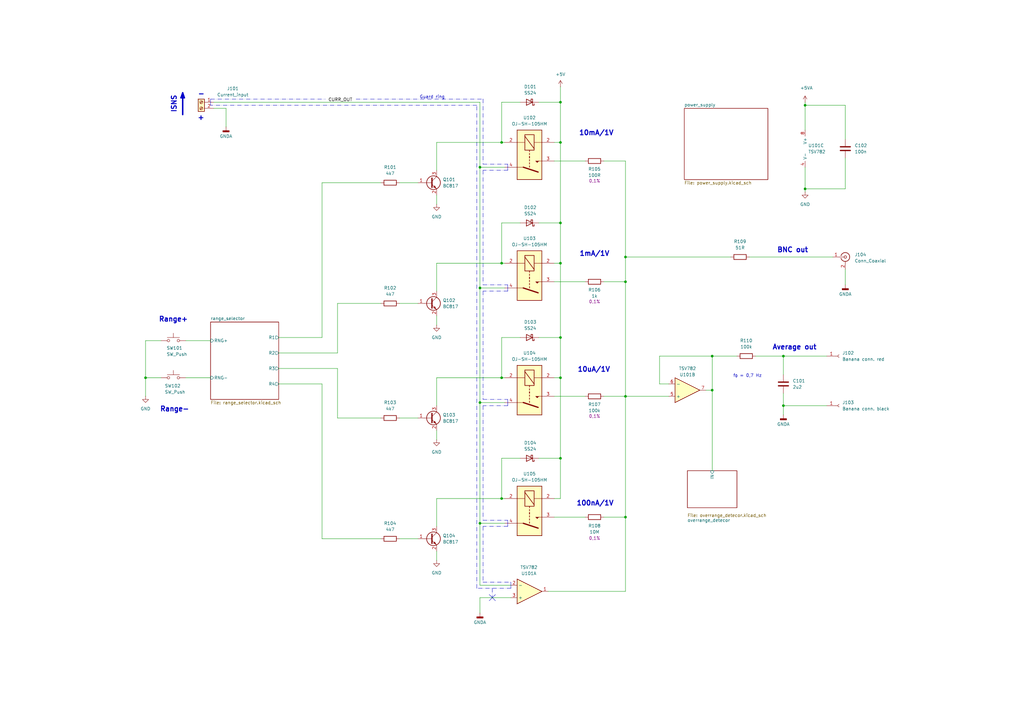
<source format=kicad_sch>
(kicad_sch (version 20250114) (generator "eeschema") (generator_version "9.0")
  (paper "A3")
  (lib_symbols
    (symbol "Connector:Conn_01x01_Socket" (pin_names (offset 1.016) (hide yes))
      (property "Reference" "J" (at 0 2.54 0))
      (property "Value" "Conn_01x01_Socket" (at 0 -2.54 0))
      (symbol "Conn_01x01_Socket_1_1"
        (polyline (pts (xy -1.27 0) (xy -0.508 0)) (stroke (width 0.1524)))
        (arc (start 0 -0.508) (mid -0.5058 0) (end 0 0.508) (stroke (width 0.1524)))
        (pin passive line (at -5.08 0 0) (length 3.81) (name "Pin_1") (number "1"))
      )
    )
    (symbol "Connector:Conn_Coaxial" (pin_names (offset 1.016) (hide yes))
      (property "Reference" "J" (at 0.254 3.048 0))
      (property "Value" "Conn_Coaxial" (at 2.921 0 90))
      (symbol "Conn_Coaxial_0_1"
        (polyline (pts (xy -2.54 0) (xy -0.508 0)))
        (arc (start 1.778 0) (mid 0.222 -1.8079) (end -1.778 -0.508) (stroke (width 0.254)))
        (arc (start -1.778 0.508) (mid 0.2221 1.8084) (end 1.778 0) (stroke (width 0.254)))
        (circle (center 0 0) (radius 0.508) (stroke (width 0.2032)))
        (polyline (pts (xy 0 -2.54) (xy 0 -1.778)))
      )
      (symbol "Conn_Coaxial_1_1"
        (pin passive line (at -5.08 0 0) (length 2.54) (name "In") (number "1"))
        (pin passive line (at 0 -5.08 90) (length 2.54) (name "Ext") (number "2"))
      )
    )
    (symbol "Connector:Screw_Terminal_01x02" (pin_names (offset 1.016) (hide yes))
      (property "Reference" "J" (at 0 2.54 0))
      (property "Value" "Screw_Terminal_01x02" (at 0 -5.08 0))
      (symbol "Screw_Terminal_01x02_1_1"
        (rectangle (start -1.27 1.27) (end 1.27 -3.81) (stroke (width 0.254)) (fill (type background)))
        (polyline (pts (xy -0.5334 0.3302) (xy 0.3302 -0.508)) (stroke (width 0.1524)))
        (polyline (pts (xy -0.5334 -2.2098) (xy 0.3302 -3.048)) (stroke (width 0.1524)))
        (polyline (pts (xy -0.3556 0.508) (xy 0.508 -0.3302)) (stroke (width 0.1524)))
        (polyline (pts (xy -0.3556 -2.032) (xy 0.508 -2.8702)) (stroke (width 0.1524)))
        (circle (center 0 0) (radius 0.635) (stroke (width 0.1524)))
        (circle (center 0 -2.54) (radius 0.635) (stroke (width 0.1524)))
        (pin passive line (at -5.08 0 0) (length 3.81) (name "Pin_1") (number "1"))
        (pin passive line (at -5.08 -2.54 0) (length 3.81) (name "Pin_2") (number "2"))
      )
    )
    (symbol "Device:C" (pin_numbers (hide yes)) (pin_names (offset 0.254))
      (property "Reference" "C" (at 0.635 2.54 0))
      (property "Value" "C" (at 0.635 -2.54 0))
      (symbol "C_0_1"
        (polyline (pts (xy -2.032 0.762) (xy 2.032 0.762)) (stroke (width 0.508)))
        (polyline (pts (xy -2.032 -0.762) (xy 2.032 -0.762)) (stroke (width 0.508)))
      )
      (symbol "C_1_1"
        (pin passive line (at 0 3.81 270) (length 2.794) (name "~") (number "1"))
        (pin passive line (at 0 -3.81 90) (length 2.794) (name "~") (number "2"))
      )
    )
    (symbol "Device:R" (pin_numbers (hide yes)) (pin_names (offset 0))
      (property "Reference" "R" (at 2.032 0 90))
      (property "Value" "R" (at 0 0 90))
      (symbol "R_0_1"
        (rectangle (start -1.016 -2.54) (end 1.016 2.54) (stroke (width 0.254)))
      )
      (symbol "R_1_1"
        (pin passive line (at 0 3.81 270) (length 1.27) (name "~") (number "1"))
        (pin passive line (at 0 -3.81 90) (length 1.27) (name "~") (number "2"))
      )
    )
    (symbol "Diode:SS24" (pin_numbers (hide yes)) (pin_names (offset 1.016) (hide yes))
      (property "Reference" "D" (at 0 2.54 0))
      (property "Value" "SS24" (at 0 -2.54 0))
      (symbol "SS24_0_1"
        (polyline (pts (xy -1.905 0.635) (xy -1.905 1.27) (xy -1.27 1.27) (xy -1.27 -1.27) (xy -0.635 -1.27) (xy -0.635 -0.635)) (stroke (width 0.254)))
        (polyline (pts (xy 1.27 1.27) (xy 1.27 -1.27) (xy -1.27 0) (xy 1.27 1.27)) (stroke (width 0.254)))
        (polyline (pts (xy 1.27 0) (xy -1.27 0)))
      )
      (symbol "SS24_1_1"
        (pin passive line (at -3.81 0 0) (length 2.54) (name "K") (number "1"))
        (pin passive line (at 3.81 0 180) (length 2.54) (name "A") (number "2"))
      )
    )
    (symbol "OJ-SH-105HM_1"
      (property "Reference" "U" (at 12.954 1.778 0))
      (property "Value" "OJ-SH-105HM" (at 19.558 -1.016 0))
      (symbol "OJ-SH-105HM_1_1_0"
        (polyline (pts (xy 2.54 2.54) (xy 2.54 5.08)))
      )
      (symbol "OJ-SH-105HM_1_1_1"
        (rectangle (start -10.16 5.08) (end 10.16 -5.08) (stroke (width 0.254)) (fill (type background)))
        (rectangle (start -8.255 1.905) (end -1.905 -1.905) (stroke (width 0.254)))
        (polyline (pts (xy -7.62 -1.905) (xy -2.54 1.905)) (stroke (width 0.254)))
        (polyline (pts (xy -5.08 5.08) (xy -5.08 1.905)))
        (polyline (pts (xy -5.08 -5.08) (xy -5.08 -1.905)))
        (polyline (pts (xy -1.905 0) (xy -1.27 0)) (stroke (width 0.254)))
        (polyline (pts (xy -0.635 0) (xy 0 0)) (stroke (width 0.254)))
        (polyline (pts (xy 0.635 0) (xy 1.27 0)) (stroke (width 0.254)))
        (polyline (pts (xy 0.635 0) (xy 1.27 0)) (stroke (width 0.254)))
        (polyline (pts (xy 1.905 0) (xy 2.54 0)) (stroke (width 0.254)))
        (polyline (pts (xy 2.54 2.54) (xy 3.175 3.175) (xy 2.54 3.81)) (fill (type outline)))
        (polyline (pts (xy 3.175 0) (xy 3.81 0)) (stroke (width 0.254)))
        (polyline (pts (xy 4.4659 0.0091) (xy 5.1009 0.0091)) (stroke (width 0.254)))
        (polyline (pts (xy 5.08 -2.54) (xy 5.08 -5.08)))
        (polyline (pts (xy 5.08 -2.54) (xy 7.0667 3.5396)) (stroke (width 0.508)))
        (pin passive line (at -5.08 10.16 270) (length 5.08) (name "~") (number "2"))
        (pin passive line (at -5.08 -10.16 90) (length 5.08) (name "~") (number "2"))
        (pin passive line (at 2.54 10.16 270) (length 5.08) (name "~") (number "3"))
        (pin passive line (at 5.08 -10.16 90) (length 5.08) (name "~") (number "4"))
      )
    )
    (symbol "OJ-SH-105HM_2"
      (property "Reference" "U" (at 12.954 1.778 0))
      (property "Value" "OJ-SH-105HM" (at 19.558 -1.016 0))
      (symbol "OJ-SH-105HM_2_1_0"
        (polyline (pts (xy 2.54 2.54) (xy 2.54 5.08)))
      )
      (symbol "OJ-SH-105HM_2_1_1"
        (rectangle (start -10.16 5.08) (end 10.16 -5.08) (stroke (width 0.254)) (fill (type background)))
        (rectangle (start -8.255 1.905) (end -1.905 -1.905) (stroke (width 0.254)))
        (polyline (pts (xy -7.62 -1.905) (xy -2.54 1.905)) (stroke (width 0.254)))
        (polyline (pts (xy -5.08 5.08) (xy -5.08 1.905)))
        (polyline (pts (xy -5.08 -5.08) (xy -5.08 -1.905)))
        (polyline (pts (xy -1.905 0) (xy -1.27 0)) (stroke (width 0.254)))
        (polyline (pts (xy -0.635 0) (xy 0 0)) (stroke (width 0.254)))
        (polyline (pts (xy 0.635 0) (xy 1.27 0)) (stroke (width 0.254)))
        (polyline (pts (xy 0.635 0) (xy 1.27 0)) (stroke (width 0.254)))
        (polyline (pts (xy 1.905 0) (xy 2.54 0)) (stroke (width 0.254)))
        (polyline (pts (xy 2.54 2.54) (xy 3.175 3.175) (xy 2.54 3.81)) (fill (type outline)))
        (polyline (pts (xy 3.175 0) (xy 3.81 0)) (stroke (width 0.254)))
        (polyline (pts (xy 4.4659 0.0091) (xy 5.1009 0.0091)) (stroke (width 0.254)))
        (polyline (pts (xy 5.08 -2.54) (xy 5.08 -5.08)))
        (polyline (pts (xy 5.08 -2.54) (xy 7.0667 3.5396)) (stroke (width 0.508)))
        (pin passive line (at -5.08 10.16 270) (length 5.08) (name "~") (number "2"))
        (pin passive line (at -5.08 -10.16 90) (length 5.08) (name "~") (number "2"))
        (pin passive line (at 2.54 10.16 270) (length 5.08) (name "~") (number "3"))
        (pin passive line (at 5.08 -10.16 90) (length 5.08) (name "~") (number "4"))
      )
    )
    (symbol "OJ-SH-105HM_3"
      (property "Reference" "U" (at 12.954 1.778 0))
      (property "Value" "OJ-SH-105HM" (at 19.558 -1.016 0))
      (symbol "OJ-SH-105HM_3_1_0"
        (polyline (pts (xy 2.54 2.54) (xy 2.54 5.08)))
      )
      (symbol "OJ-SH-105HM_3_1_1"
        (rectangle (start -10.16 5.08) (end 10.16 -5.08) (stroke (width 0.254)) (fill (type background)))
        (rectangle (start -8.255 1.905) (end -1.905 -1.905) (stroke (width 0.254)))
        (polyline (pts (xy -7.62 -1.905) (xy -2.54 1.905)) (stroke (width 0.254)))
        (polyline (pts (xy -5.08 5.08) (xy -5.08 1.905)))
        (polyline (pts (xy -5.08 -5.08) (xy -5.08 -1.905)))
        (polyline (pts (xy -1.905 0) (xy -1.27 0)) (stroke (width 0.254)))
        (polyline (pts (xy -0.635 0) (xy 0 0)) (stroke (width 0.254)))
        (polyline (pts (xy 0.635 0) (xy 1.27 0)) (stroke (width 0.254)))
        (polyline (pts (xy 0.635 0) (xy 1.27 0)) (stroke (width 0.254)))
        (polyline (pts (xy 1.905 0) (xy 2.54 0)) (stroke (width 0.254)))
        (polyline (pts (xy 2.54 2.54) (xy 3.175 3.175) (xy 2.54 3.81)) (fill (type outline)))
        (polyline (pts (xy 3.175 0) (xy 3.81 0)) (stroke (width 0.254)))
        (polyline (pts (xy 4.4659 0.0091) (xy 5.1009 0.0091)) (stroke (width 0.254)))
        (polyline (pts (xy 5.08 -2.54) (xy 5.08 -5.08)))
        (polyline (pts (xy 5.08 -2.54) (xy 7.0667 3.5396)) (stroke (width 0.508)))
        (pin passive line (at -5.08 10.16 270) (length 5.08) (name "~") (number "2"))
        (pin passive line (at -5.08 -10.16 90) (length 5.08) (name "~") (number "2"))
        (pin passive line (at 2.54 10.16 270) (length 5.08) (name "~") (number "3"))
        (pin passive line (at 5.08 -10.16 90) (length 5.08) (name "~") (number "4"))
      )
    )
    (symbol "Switch:SW_Push" (pin_numbers (hide yes)) (pin_names (offset 1.016) (hide yes))
      (property "Reference" "SW" (at 1.27 2.54 0))
      (property "Value" "SW_Push" (at 0 -1.524 0))
      (symbol "SW_Push_0_1"
        (circle (center -2.032 0) (radius 0.508))
        (polyline (pts (xy 0 1.27) (xy 0 3.048)))
        (circle (center 2.032 0) (radius 0.508))
        (polyline (pts (xy 2.54 1.27) (xy -2.54 1.27)))
        (pin passive line (at -5.08 0 0) (length 2.54) (name "1") (number "1"))
        (pin passive line (at 5.08 0 180) (length 2.54) (name "2") (number "2"))
      )
    )
    (symbol "Transistor_BJT:BC817" (pin_names (offset 0) (hide yes))
      (property "Reference" "Q" (at 5.08 1.905 0))
      (property "Value" "BC817" (at 5.08 0 0))
      (symbol "BC817_0_1"
        (polyline (pts (xy -2.54 0) (xy 0.635 0)))
        (polyline (pts (xy 0.635 1.905) (xy 0.635 -1.905)) (stroke (width 0.508)))
        (circle (center 1.27 0) (radius 2.8194) (stroke (width 0.254)))
      )
      (symbol "BC817_1_1"
        (polyline (pts (xy 0.635 0.635) (xy 2.54 2.54)))
        (polyline (pts (xy 0.635 -0.635) (xy 2.54 -2.54)))
        (polyline (pts (xy 1.27 -1.778) (xy 1.778 -1.27) (xy 2.286 -2.286) (xy 1.27 -1.778)) (fill (type outline)))
        (pin input line (at -5.08 0 0) (length 2.54) (name "B") (number "1"))
        (pin passive line (at 2.54 5.08 270) (length 2.54) (name "C") (number "3"))
        (pin passive line (at 2.54 -5.08 90) (length 2.54) (name "E") (number "2"))
      )
    )
    (symbol "power:+12V" (power) (pin_numbers (hide yes)) (pin_names (offset 0) (hide yes))
      (property "Value" "+12V" (at 0 3.556 0))
      (symbol "+12V_0_1"
        (polyline (pts (xy -0.762 1.27) (xy 0 2.54)))
        (polyline (pts (xy 0 2.54) (xy 0.762 1.27)))
        (polyline (pts (xy 0 0) (xy 0 2.54)))
      )
      (symbol "+12V_1_1"
        (pin power_in line (at 0 0 90) (length 0) (name "~") (number "1"))
      )
    )
    (symbol "power:GND" (power) (pin_numbers (hide yes)) (pin_names (offset 0) (hide yes))
      (property "Value" "GND" (at 0 -3.81 0))
      (symbol "GND_0_1"
        (polyline (pts (xy 0 0) (xy 0 -1.27) (xy 1.27 -1.27) (xy 0 -2.54) (xy -1.27 -1.27) (xy 0 -1.27)))
      )
      (symbol "GND_1_1"
        (pin power_in line (at 0 0 270) (length 0) (name "~") (number "1"))
      )
    )
    (symbol "power:GNDD" (power) (pin_numbers (hide yes)) (pin_names (offset 0) (hide yes))
      (property "Value" "GNDD" (at 0 -3.175 0))
      (symbol "GNDD_0_1"
        (rectangle (start -1.27 -1.524) (end 1.27 -2.032) (stroke (width 0.254)) (fill (type outline)))
        (polyline (pts (xy 0 0) (xy 0 -1.524)))
      )
      (symbol "GNDD_1_1"
        (pin power_in line (at 0 0 270) (length 0) (name "~") (number "1"))
      )
    )
    (symbol "w-analog-ic:TSV782"
      (property "Reference" "U" (at 2.54 8.382 0))
      (property "Value" "TSV782" (at 5.334 5.588 0))
      (symbol "TSV782_1_1"
        (polyline (pts (xy -3.81 5.08) (xy 6.35 0) (xy -3.81 -5.08) (xy -3.81 5.08)) (stroke (width 0.254)) (fill (type background)))
        (pin input line (at -6.35 2.54 0) (length 2.54) (name "+") (number "3"))
        (pin input line (at -6.35 -2.54 0) (length 2.54) (name "-") (number "2"))
        (pin output line (at 8.89 0 180) (length 2.54) (name "~") (number "1"))
      )
      (symbol "TSV782_2_1"
        (polyline (pts (xy -3.81 5.08) (xy 6.35 0) (xy -3.81 -5.08) (xy -3.81 5.08)) (stroke (width 0.254)) (fill (type background)))
        (pin input line (at -6.35 2.54 0) (length 2.54) (name "+") (number "5"))
        (pin input line (at -6.35 -2.54 0) (length 2.54) (name "-") (number "6"))
        (pin output line (at 8.89 0 180) (length 2.54) (name "~") (number "7"))
      )
      (symbol "TSV782_3_1"
        (pin power_in line (at 0 7.62 270) (length 2.54) (name "V+") (number "8"))
        (pin power_in line (at 0 -7.62 90) (length 2.54) (name "V-") (number "4"))
      )
    )
    (symbol "w-switch:OJ-SH-105HM"
      (property "Reference" "U" (at 12.954 1.778 0))
      (property "Value" "OJ-SH-105HM" (at 19.558 -1.016 0))
      (symbol "OJ-SH-105HM_1_0"
        (polyline (pts (xy 2.54 2.54) (xy 2.54 5.08)))
      )
      (symbol "OJ-SH-105HM_1_1"
        (rectangle (start -10.16 5.08) (end 10.16 -5.08) (stroke (width 0.254)) (fill (type background)))
        (rectangle (start -8.255 1.905) (end -1.905 -1.905) (stroke (width 0.254)))
        (polyline (pts (xy -7.62 -1.905) (xy -2.54 1.905)) (stroke (width 0.254)))
        (polyline (pts (xy -5.08 5.08) (xy -5.08 1.905)))
        (polyline (pts (xy -5.08 -5.08) (xy -5.08 -1.905)))
        (polyline (pts (xy -1.905 0) (xy -1.27 0)) (stroke (width 0.254)))
        (polyline (pts (xy -0.635 0) (xy 0 0)) (stroke (width 0.254)))
        (polyline (pts (xy 0.635 0) (xy 1.27 0)) (stroke (width 0.254)))
        (polyline (pts (xy 0.635 0) (xy 1.27 0)) (stroke (width 0.254)))
        (polyline (pts (xy 1.905 0) (xy 2.54 0)) (stroke (width 0.254)))
        (polyline (pts (xy 2.54 2.54) (xy 3.175 3.175) (xy 2.54 3.81)) (fill (type outline)))
        (polyline (pts (xy 3.175 0) (xy 3.81 0)) (stroke (width 0.254)))
        (polyline (pts (xy 4.4659 0.0091) (xy 5.1009 0.0091)) (stroke (width 0.254)))
        (polyline (pts (xy 5.08 -2.54) (xy 5.08 -5.08)))
        (polyline (pts (xy 5.08 -2.54) (xy 7.0667 3.5396)) (stroke (width 0.508)))
        (pin passive line (at -5.08 10.16 270) (length 5.08) (name "~") (number "2"))
        (pin passive line (at -5.08 -10.16 90) (length 5.08) (name "~") (number "2"))
        (pin passive line (at 2.54 10.16 270) (length 5.08) (name "~") (number "3"))
        (pin passive line (at 5.08 -10.16 90) (length 5.08) (name "~") (number "4"))
      )
    )
  )
  (text "10mA/1V" (at 244.602 54.61 0) (effects (font (size 2 2) (thickness 0.4) (bold yes))))
  (text "ISNS" (at 71.374 42.672 90) (effects (font (size 2 2) (thickness 0.4) (bold yes))))
  (text "Range+" (at 71.12 131.064 0) (effects (font (size 2 2) (thickness 0.4) (bold yes))))
  (text "-" (at 82.55 38.608 0) (effects (font (size 2 2) (thickness 0.4) (bold yes))))
  (text "+" (at 82.296 48.514 90) (effects (font (size 2 2) (thickness 0.4) (bold yes))))
  (text "Guard ring" (at 177.292 39.878 0) (effects (font (size 1.27 1.27))))
  (text "10uA/1V" (at 243.586 151.638 0) (effects (font (size 2 2) (thickness 0.4) (bold yes))))
  (text "Average out" (at 325.882 142.494 0) (effects (font (size 2 2) (thickness 0.4) (bold yes))))
  (text "100nA/1V" (at 244.094 206.502 0) (effects (font (size 2 2) (thickness 0.4) (bold yes))))
  (text "1mA/1V" (at 243.84 104.14 0) (effects (font (size 2 2) (thickness 0.4) (bold yes))))
  (text "f_{0} = 0,7 Hz" (at 306.578 154.178 0) (effects (font (size 1.27 1.27))))
  (text "Range-" (at 71.628 167.894 0) (effects (font (size 2 2) (thickness 0.4) (bold yes))))
  (text "BNC out" (at 325.12 102.616 0) (effects (font (size 2 2) (thickness 0.4) (bold yes))))
  (junction (at 292.1 146.05))
  (junction (at 205.74 154.94))
  (junction (at 321.31 146.05))
  (junction (at 196.85 165.1))
  (junction (at 292.1 160.02))
  (junction (at 196.85 214.63))
  (junction (at 229.87 41.91))
  (junction (at 229.87 187.96))
  (junction (at 256.54 212.09))
  (junction (at 256.54 162.56))
  (junction (at 205.74 107.95))
  (junction (at 229.87 91.44))
  (junction (at 196.85 118.11))
  (junction (at 229.87 154.94))
  (junction (at 330.2 43.18))
  (junction (at 229.87 58.42))
  (junction (at 59.69 154.94))
  (junction (at 205.74 58.42))
  (junction (at 229.87 138.43))
  (junction (at 256.54 105.41))
  (junction (at 256.54 115.57))
  (junction (at 321.31 166.37))
  (junction (at 229.87 107.95))
  (junction (at 196.85 68.58))
  (junction (at 330.2 77.47))
  (junction (at 205.74 204.47))
  (wire (pts (xy 196.85 240.03) (xy 209.55 240.03)))
  (polyline (pts (xy 208.28 67.31) (xy 208.28 69.85)))
  (wire (pts (xy 229.87 107.95) (xy 229.87 138.43)))
  (wire (pts (xy 309.88 146.05) (xy 321.31 146.05)))
  (wire (pts (xy 179.07 154.94) (xy 179.07 166.37)))
  (wire (pts (xy 247.65 115.57) (xy 256.54 115.57)))
  (polyline (pts (xy 146.05 40.64) (xy 198.12 40.64)) (stroke (width 0) (type dash_dot)))
  (wire (pts (xy 213.36 138.43) (xy 205.74 138.43)))
  (wire (pts (xy 229.87 154.94) (xy 229.87 187.96)))
  (wire (pts (xy 132.08 138.43) (xy 132.08 74.93)))
  (polyline (pts (xy 201.93 241.3) (xy 201.93 245.11)) (stroke (width 0) (type dash_dot)))
  (wire (pts (xy 205.74 91.44) (xy 205.74 107.95)))
  (wire (pts (xy 179.07 226.06) (xy 179.07 229.87)))
  (polyline (pts (xy 198.12 215.9) (xy 198.12 238.76)) (stroke (width 0) (type dash_dot)))
  (wire (pts (xy 179.07 154.94) (xy 205.74 154.94)))
  (wire (pts (xy 196.85 118.11) (xy 196.85 165.1)))
  (wire (pts (xy 114.3 144.78) (xy 138.43 144.78)))
  (wire (pts (xy 229.87 41.91) (xy 229.87 58.42)))
  (wire (pts (xy 138.43 171.45) (xy 156.21 171.45)))
  (wire (pts (xy 59.69 154.94) (xy 59.69 162.56)))
  (wire (pts (xy 229.87 58.42) (xy 227.33 58.42)))
  (wire (pts (xy 229.87 138.43) (xy 229.87 154.94)))
  (wire (pts (xy 138.43 124.46) (xy 156.21 124.46)))
  (polyline (pts (xy 195.58 241.3) (xy 195.58 43.18)) (stroke (width 0) (type dash_dot)))
  (wire (pts (xy 220.98 187.96) (xy 229.87 187.96)))
  (wire (pts (xy 321.31 166.37) (xy 321.31 170.18)))
  (wire (pts (xy 256.54 212.09) (xy 256.54 242.57)))
  (wire (pts (xy 132.08 220.98) (xy 156.21 220.98)))
  (wire (pts (xy 227.33 66.04) (xy 240.03 66.04)))
  (wire (pts (xy 66.04 139.7) (xy 59.69 139.7)))
  (wire (pts (xy 227.33 162.56) (xy 240.03 162.56)))
  (polyline (pts (xy 198.12 116.84) (xy 208.28 116.84)) (stroke (width 0) (type dash_dot)))
  (wire (pts (xy 256.54 162.56) (xy 274.32 162.56)))
  (wire (pts (xy 207.01 68.58) (xy 196.85 68.58)))
  (wire (pts (xy 270.51 157.48) (xy 270.51 146.05)))
  (polyline (pts (xy 75.6206 40.1117) (xy 74.93 38.1)) (stroke (width 0.6) (type solid)))
  (wire (pts (xy 346.71 43.18) (xy 346.71 57.15)))
  (polyline (pts (xy 208.28 215.9) (xy 198.12 215.9)) (stroke (width 0) (type dash_dot)))
  (wire (pts (xy 292.1 160.02) (xy 289.56 160.02)))
  (wire (pts (xy 66.04 154.94) (xy 59.69 154.94)))
  (polyline (pts (xy 74.2287 40.1117) (xy 75.6206 40.1117)) (stroke (width 0.6) (type solid)))
  (polyline (pts (xy 198.12 67.31) (xy 208.28 67.31)) (stroke (width 0) (type dash_dot)))
  (wire (pts (xy 321.31 146.05) (xy 321.31 153.67)))
  (wire (pts (xy 220.98 138.43) (xy 229.87 138.43)))
  (wire (pts (xy 229.87 187.96) (xy 229.87 204.47)))
  (wire (pts (xy 292.1 146.05) (xy 292.1 160.02)))
  (wire (pts (xy 227.33 212.09) (xy 240.03 212.09)))
  (wire (pts (xy 207.01 204.47) (xy 205.74 204.47)))
  (wire (pts (xy 207.01 118.11) (xy 196.85 118.11)))
  (polyline (pts (xy 86.36 40.64) (xy 133.35 40.64)) (stroke (width 0) (type dash_dot)))
  (wire (pts (xy 330.2 68.58) (xy 330.2 77.47)))
  (wire (pts (xy 330.2 41.91) (xy 330.2 43.18)))
  (wire (pts (xy 132.08 74.93) (xy 156.21 74.93)))
  (wire (pts (xy 87.63 44.45) (xy 92.71 44.45)))
  (wire (pts (xy 163.83 124.46) (xy 171.45 124.46)))
  (wire (pts (xy 330.2 77.47) (xy 330.2 78.74)))
  (wire (pts (xy 346.71 64.77) (xy 346.71 77.47)))
  (wire (pts (xy 229.87 58.42) (xy 229.87 91.44)))
  (wire (pts (xy 247.65 212.09) (xy 256.54 212.09)))
  (wire (pts (xy 196.85 165.1) (xy 196.85 214.63)))
  (wire (pts (xy 270.51 146.05) (xy 292.1 146.05)))
  (wire (pts (xy 138.43 151.13) (xy 138.43 171.45)))
  (wire (pts (xy 76.2 154.94) (xy 86.36 154.94)))
  (wire (pts (xy 220.98 41.91) (xy 229.87 41.91)))
  (wire (pts (xy 213.36 41.91) (xy 205.74 41.91)))
  (polyline (pts (xy 198.12 213.36) (xy 208.28 213.36)) (stroke (width 0) (type dash_dot)))
  (wire (pts (xy 179.07 176.53) (xy 179.07 180.34)))
  (wire (pts (xy 256.54 105.41) (xy 256.54 115.57)))
  (polyline (pts (xy 200.66 246.38) (xy 203.2 243.84)))
  (wire (pts (xy 330.2 43.18) (xy 330.2 53.34)))
  (wire (pts (xy 163.83 74.93) (xy 171.45 74.93)))
  (wire (pts (xy 196.85 214.63) (xy 196.85 240.03)))
  (wire (pts (xy 179.07 58.42) (xy 205.74 58.42)))
  (polyline (pts (xy 198.12 166.37) (xy 198.12 213.36)) (stroke (width 0) (type dash_dot)))
  (wire (pts (xy 227.33 115.57) (xy 240.03 115.57)))
  (wire (pts (xy 59.69 154.94) (xy 59.69 139.7)))
  (polyline (pts (xy 198.12 238.76) (xy 209.55 238.76)) (stroke (width 0) (type dash_dot)))
  (wire (pts (xy 179.07 80.01) (xy 179.07 83.82)))
  (wire (pts (xy 207.01 154.94) (xy 205.74 154.94)))
  (wire (pts (xy 256.54 66.04) (xy 256.54 105.41)))
  (wire (pts (xy 321.31 166.37) (xy 339.09 166.37)))
  (wire (pts (xy 205.74 41.91) (xy 205.74 58.42)))
  (wire (pts (xy 114.3 151.13) (xy 138.43 151.13)))
  (polyline (pts (xy 208.28 119.38) (xy 198.12 119.38)) (stroke (width 0) (type dash_dot)))
  (wire (pts (xy 229.87 107.95) (xy 227.33 107.95)))
  (wire (pts (xy 292.1 193.04) (xy 292.1 160.02)))
  (wire (pts (xy 229.87 204.47) (xy 227.33 204.47)))
  (polyline (pts (xy 198.12 69.85) (xy 198.12 116.84)) (stroke (width 0) (type dash_dot)))
  (polyline (pts (xy 208.28 116.84) (xy 208.28 119.38)))
  (wire (pts (xy 207.01 58.42) (xy 205.74 58.42)))
  (wire (pts (xy 114.3 157.48) (xy 132.08 157.48)))
  (polyline (pts (xy 208.28 166.37) (xy 198.12 166.37)) (stroke (width 0) (type dash_dot)))
  (wire (pts (xy 114.3 138.43) (xy 132.08 138.43)))
  (wire (pts (xy 229.87 154.94) (xy 227.33 154.94)))
  (wire (pts (xy 256.54 162.56) (xy 256.54 212.09)))
  (polyline (pts (xy 208.28 163.83) (xy 208.28 166.37)))
  (wire (pts (xy 179.07 204.47) (xy 205.74 204.47)))
  (wire (pts (xy 213.36 187.96) (xy 205.74 187.96)))
  (wire (pts (xy 196.85 68.58) (xy 196.85 41.91)))
  (polyline (pts (xy 195.58 43.18) (xy 86.36 43.18)) (stroke (width 0) (type dash_dot)))
  (wire (pts (xy 256.54 105.41) (xy 299.72 105.41)))
  (wire (pts (xy 205.74 138.43) (xy 205.74 154.94)))
  (wire (pts (xy 138.43 144.78) (xy 138.43 124.46)))
  (wire (pts (xy 196.85 245.11) (xy 196.85 251.46)))
  (polyline (pts (xy 198.12 119.38) (xy 198.12 163.83)) (stroke (width 0) (type dash_dot)))
  (wire (pts (xy 229.87 35.56) (xy 229.87 41.91)))
  (polyline (pts (xy 209.55 241.3) (xy 195.58 241.3)) (stroke (width 0) (type dash_dot)))
  (wire (pts (xy 196.85 68.58) (xy 196.85 118.11)))
  (wire (pts (xy 247.65 162.56) (xy 256.54 162.56)))
  (wire (pts (xy 321.31 161.29) (xy 321.31 166.37)))
  (wire (pts (xy 92.71 44.45) (xy 92.71 52.07)))
  (polyline (pts (xy 200.66 243.84) (xy 203.2 246.38)))
  (wire (pts (xy 87.63 41.91) (xy 196.85 41.91)))
  (wire (pts (xy 179.07 58.42) (xy 179.07 69.85)))
  (wire (pts (xy 256.54 115.57) (xy 256.54 162.56)))
  (wire (pts (xy 321.31 146.05) (xy 339.09 146.05)))
  (polyline (pts (xy 209.55 238.76) (xy 209.55 241.3)))
  (wire (pts (xy 346.71 110.49) (xy 346.71 116.84)))
  (wire (pts (xy 302.26 146.05) (xy 292.1 146.05)))
  (wire (pts (xy 179.07 129.54) (xy 179.07 133.35)))
  (wire (pts (xy 346.71 77.47) (xy 330.2 77.47)))
  (polyline (pts (xy 198.12 163.83) (xy 208.28 163.83)) (stroke (width 0) (type dash_dot)))
  (wire (pts (xy 213.36 91.44) (xy 205.74 91.44)))
  (wire (pts (xy 229.87 91.44) (xy 229.87 107.95)))
  (wire (pts (xy 256.54 242.57) (xy 224.79 242.57)))
  (wire (pts (xy 196.85 245.11) (xy 209.55 245.11)))
  (wire (pts (xy 132.08 157.48) (xy 132.08 220.98)))
  (wire (pts (xy 179.07 204.47) (xy 179.07 215.9)))
  (wire (pts (xy 307.34 105.41) (xy 341.63 105.41)))
  (wire (pts (xy 163.83 220.98) (xy 171.45 220.98)))
  (wire (pts (xy 220.98 91.44) (xy 229.87 91.44)))
  (wire (pts (xy 76.2 139.7) (xy 86.36 139.7)))
  (wire (pts (xy 330.2 43.18) (xy 346.71 43.18)))
  (wire (pts (xy 274.32 157.48) (xy 270.51 157.48)))
  (wire (pts (xy 207.01 107.95) (xy 205.74 107.95)))
  (wire (pts (xy 179.07 107.95) (xy 179.07 119.38)))
  (wire (pts (xy 205.74 187.96) (xy 205.74 204.47)))
  (wire (pts (xy 207.01 165.1) (xy 196.85 165.1)))
  (polyline (pts (xy 198.12 40.64) (xy 198.12 67.31)) (stroke (width 0) (type dash_dot)))
  (polyline (pts (xy 74.93 38.1) (xy 74.2287 40.1117)) (stroke (width 0.6) (type solid)))
  (polyline (pts (xy 208.28 69.85) (xy 198.12 69.85)) (stroke (width 0) (type dash_dot)))
  (wire (pts (xy 163.83 171.45) (xy 171.45 171.45)))
  (polyline (pts (xy 74.93 38.1) (xy 74.93 46.99)) (stroke (width 0.6) (type solid)))
  (wire (pts (xy 179.07 107.95) (xy 205.74 107.95)))
  (wire (pts (xy 247.65 66.04) (xy 256.54 66.04)))
  (polyline (pts (xy 86.36 40.64) (xy 86.36 43.18)))
  (wire (pts (xy 207.01 214.63) (xy 196.85 214.63)))
  (polyline (pts (xy 208.28 213.36) (xy 208.28 215.9)))
  (label "CURR_OUT" (at 134.62 41.91 0))
  (symbol (lib_id "Device:C") (at 346.71 60.96 0) (unit 1)
    (property "Reference" "C102" (at 350.52 59.6899 0) (effects (justify left)))
    (property "Value" "100n" (at 350.52 62.2299 0) (effects (justify left)))
    (property "Footprint" "Capacitor_SMD:C_0603_1608Metric" (effects (hide yes)))
    (property "Description" "Unpolarized capacitor" (effects (hide yes)))
  )
  (symbol (lib_id "w-analog-ic:TSV782") (at 280.67 160.02 0) (mirror x) (unit 2)
    (property "Reference" "U101" (at 281.94 153.67 0))
    (property "Value" "TSV782" (at 281.94 151.13 0))
    (property "Footprint" "w-ic:SOIC-8" (effects (hide yes)))
    (property "Datasheet" "https://www.st.com/resource/en/datasheet/tsv781.pdf" (effects (hide yes)))
    (property "Description" "Op Amps High bandwidth (30MHz) Low offset (200uV) Rail-to-rail 5V Op amp" (effects (hide yes)))
  )
  (symbol (lib_id "Device:R") (at 160.02 124.46 90) (unit 1)
    (property "Reference" "R102" (at 160.02 118.11 90))
    (property "Value" "4k7" (at 160.02 120.65 90))
    (property "Footprint" "Resistor_SMD:R_0603_1608Metric" (effects (hide yes)))
    (property "Description" "Resistor" (effects (hide yes)))
  )
  (symbol (lib_id "Connector:Conn_01x01_Socket") (at 344.17 146.05 0) (unit 1)
    (property "Reference" "J102" (at 345.44 144.7799 0) (effects (justify left)))
    (property "Value" "Banana conn. red" (at 345.44 147.3199 0) (effects (justify left)))
    (property "Footprint" "w-connector:J.40024.2" (effects (hide yes)))
    (property "Description" "Generic connector, single row, 01x01, script generated" (effects (hide yes)))
  )
  (symbol (lib_id "Switch:SW_Push") (at 71.12 139.7 0) (unit 1)
    (property "Reference" "SW101" (at 68.326 142.748 0) (effects (justify left)))
    (property "Value" "SW_Push" (at 68.326 145.288 0) (effects (justify left)))
    (property "Footprint" "Connector_PinHeader_2.54mm:PinHeader_1x02_P2.54mm_Vertical" (effects (hide yes)))
    (property "Description" "Push button switch, generic, two pins" (effects (hide yes)))
    (property "Store" "https://cz.mouser.com/ProductDetail/Adam-Tech/SW-PB1-1DZ-A-P1-A?qs=HoCaDK9Nz5dmPq6njWT1cA%3D%3D" (effects (hide yes)))
  )
  (symbol (lib_id "power:GNDD") (at 92.71 52.07 0) (unit 1)
    (property "Reference" "#PWR0102" (effects (hide yes)))
    (property "Value" "GNDA" (at 92.71 55.88 0))
    (property "Description" "Power symbol creates a global label with name \"GNDD\" , digital ground" (effects (hide yes)))
  )
  (symbol (lib_id "Diode:SS24") (at 217.17 187.96 180) (unit 1)
    (property "Reference" "D104" (at 217.4875 181.61 0))
    (property "Value" "SS24" (at 217.4875 184.15 0))
    (property "Footprint" "w-diode:SOD-123LF" (effects (hide yes)))
    (property "Datasheet" "https://www.vishay.com/docs/88748/ss22.pdf" (effects (hide yes)))
    (property "Description" "40V 2A Schottky Diode, SMA" (effects (hide yes)))
  )
  (symbol (lib_name "OJ-SH-105HM_3") (lib_id "w-switch:OJ-SH-105HM") (at 217.17 63.5 270) (unit 1)
    (property "Reference" "U102" (at 217.17 48.26 90))
    (property "Value" "OJ-SH-105HM" (at 217.17 50.8 90))
    (property "Footprint" "w-relay:TE Connectivity Relay" (effects (hide yes)))
    (property "Datasheet" "https://www.te.com/commerce/DocumentDelivery/DDEController?Action=srchrtrv&DocNm=OJ_OJE_series_relay_data_sheet_E&DocType=Data%20Sheet&DocLang=English&DocFormat=pdf&PartCntxt=1461400-1" (effects (hide yes)))
    (property "Description" "Low Signal Relays - PCB SPST-NO 10A 5VDC SEALD MINI PCB RELAY" (effects (hide yes)))
  )
  (symbol (lib_id "Transistor_BJT:BC817") (at 176.53 220.98 0) (unit 1)
    (property "Reference" "Q104" (at 181.61 219.7099 0) (effects (justify left)))
    (property "Value" "BC817" (at 181.61 222.2499 0) (effects (justify left)))
    (property "Footprint" "w-ic:SOT-23" (effects (hide yes)))
    (property "Datasheet" "https://www.onsemi.com/pub/Collateral/BC818-D.pdf" (effects (hide yes)))
    (property "Description" "0.8A Ic, 45V Vce, NPN Transistor, SOT-23" (effects (hide yes)))
  )
  (symbol (lib_id "power:GND") (at 59.69 162.56 0) (unit 1)
    (property "Reference" "#PWR0101" (effects (hide yes)))
    (property "Value" "GND" (at 59.69 167.64 0))
    (property "Description" "Power symbol creates a global label with name \"GND\" , ground" (effects (hide yes)))
  )
  (symbol (lib_id "Transistor_BJT:BC817") (at 176.53 124.46 0) (unit 1)
    (property "Reference" "Q102" (at 181.61 123.1899 0) (effects (justify left)))
    (property "Value" "BC817" (at 181.61 125.7299 0) (effects (justify left)))
    (property "Footprint" "w-ic:SOT-23" (effects (hide yes)))
    (property "Datasheet" "https://www.onsemi.com/pub/Collateral/BC818-D.pdf" (effects (hide yes)))
    (property "Description" "0.8A Ic, 45V Vce, NPN Transistor, SOT-23" (effects (hide yes)))
  )
  (symbol (lib_id "power:GND") (at 330.2 78.74 0) (unit 1)
    (property "Reference" "#PWR0111" (effects (hide yes)))
    (property "Value" "GND" (at 330.2 83.82 0))
    (property "Description" "Power symbol creates a global label with name \"GND\" , ground" (effects (hide yes)))
  )
  (symbol (lib_id "Switch:SW_Push") (at 71.12 154.94 0) (unit 1)
    (property "Reference" "SW102" (at 67.564 158.242 0) (effects (justify left)))
    (property "Value" "SW_Push" (at 67.564 160.782 0) (effects (justify left)))
    (property "Footprint" "Connector_PinHeader_2.54mm:PinHeader_1x02_P2.54mm_Vertical" (effects (hide yes)))
    (property "Description" "Push button switch, generic, two pins" (effects (hide yes)))
    (property "Store" "https://cz.mouser.com/ProductDetail/Adam-Tech/SW-PB1-1DZ-A-P1-A?qs=HoCaDK9Nz5dmPq6njWT1cA%3D%3D" (effects (hide yes)))
  )
  (symbol (lib_id "w-switch:OJ-SH-105HM") (at 217.17 209.55 270) (unit 1)
    (property "Reference" "U105" (at 217.17 194.31 90))
    (property "Value" "OJ-SH-105HM" (at 217.17 196.85 90))
    (property "Footprint" "w-relay:TE Connectivity Relay" (effects (hide yes)))
    (property "Datasheet" "https://www.te.com/commerce/DocumentDelivery/DDEController?Action=srchrtrv&DocNm=OJ_OJE_series_relay_data_sheet_E&DocType=Data%20Sheet&DocLang=English&DocFormat=pdf&PartCntxt=1461400-1" (effects (hide yes)))
    (property "Description" "Low Signal Relays - PCB SPST-NO 10A 5VDC SEALD MINI PCB RELAY" (effects (hide yes)))
  )
  (symbol (lib_id "Device:R") (at 303.53 105.41 90) (unit 1)
    (property "Reference" "R109" (at 303.53 99.06 90))
    (property "Value" "51R" (at 303.53 101.6 90))
    (property "Footprint" "Resistor_SMD:R_0603_1608Metric" (effects (hide yes)))
    (property "Description" "Resistor" (effects (hide yes)))
  )
  (symbol (lib_id "power:+12V") (at 229.87 35.56 0) (unit 1)
    (property "Reference" "#PWR0108" (effects (hide yes)))
    (property "Value" "+5V" (at 229.87 30.48 0))
    (property "Description" "Power symbol creates a global label with name \"+12V\"" (effects (hide yes)))
  )
  (symbol (lib_id "power:+12V") (at 330.2 41.91 0) (unit 1)
    (property "Reference" "#PWR0110" (effects (hide yes)))
    (property "Value" "+5VA" (at 328.168 36.068 0) (effects (justify left)))
    (property "Description" "Power symbol creates a global label with name \"+12V\"" (effects (hide yes)))
  )
  (symbol (lib_id "Transistor_BJT:BC817") (at 176.53 74.93 0) (unit 1)
    (property "Reference" "Q101" (at 181.61 73.6599 0) (effects (justify left)))
    (property "Value" "BC817" (at 181.61 76.1999 0) (effects (justify left)))
    (property "Footprint" "w-ic:SOT-23" (effects (hide yes)))
    (property "Datasheet" "https://www.onsemi.com/pub/Collateral/BC818-D.pdf" (effects (hide yes)))
    (property "Description" "0.8A Ic, 45V Vce, NPN Transistor, SOT-23" (effects (hide yes)))
  )
  (symbol (lib_id "Diode:SS24") (at 217.17 138.43 180) (unit 1)
    (property "Reference" "D103" (at 217.4875 132.08 0))
    (property "Value" "SS24" (at 217.4875 134.62 0))
    (property "Footprint" "w-diode:SOD-123LF" (effects (hide yes)))
    (property "Datasheet" "https://www.vishay.com/docs/88748/ss22.pdf" (effects (hide yes)))
    (property "Description" "40V 2A Schottky Diode, SMA" (effects (hide yes)))
  )
  (symbol (lib_id "Device:R") (at 243.84 115.57 90) (unit 1)
    (property "Reference" "R106" (at 243.84 118.872 90))
    (property "Value" "1k" (at 243.84 121.412 90))
    (property "Footprint" "Resistor_SMD:R_0603_1608Metric" (effects (hide yes)))
    (property "Description" "Resistor" (effects (hide yes)))
    (property "Tol" "0,1%" (at 243.84 123.698 90))
  )
  (symbol (lib_id "w-analog-ic:TSV782") (at 330.2 60.96 0) (unit 3)
    (property "Reference" "U101" (at 331.47 59.6899 0) (effects (justify left)))
    (property "Value" "TSV782" (at 331.47 62.2299 0) (effects (justify left)))
    (property "Footprint" "w-ic:SOIC-8" (effects (hide yes)))
    (property "Datasheet" "https://www.st.com/resource/en/datasheet/tsv781.pdf" (effects (hide yes)))
    (property "Description" "Op Amps High bandwidth (30MHz) Low offset (200uV) Rail-to-rail 5V Op amp" (effects (hide yes)))
  )
  (symbol (lib_id "Device:R") (at 160.02 171.45 90) (unit 1)
    (property "Reference" "R103" (at 160.02 165.1 90))
    (property "Value" "4k7" (at 160.02 167.64 90))
    (property "Footprint" "Resistor_SMD:R_0603_1608Metric" (effects (hide yes)))
    (property "Description" "Resistor" (effects (hide yes)))
  )
  (symbol (lib_id "Device:R") (at 243.84 162.56 90) (unit 1)
    (property "Reference" "R107" (at 243.84 165.862 90))
    (property "Value" "100k" (at 243.84 168.402 90))
    (property "Footprint" "Resistor_SMD:R_0603_1608Metric" (effects (hide yes)))
    (property "Description" "Resistor" (effects (hide yes)))
    (property "Tol" "0,1%" (at 243.84 170.688 90))
  )
  (symbol (lib_name "OJ-SH-105HM_1") (lib_id "w-switch:OJ-SH-105HM") (at 217.17 160.02 270) (unit 1)
    (property "Reference" "U104" (at 217.17 144.78 90))
    (property "Value" "OJ-SH-105HM" (at 217.17 147.32 90))
    (property "Footprint" "w-relay:TE Connectivity Relay" (effects (hide yes)))
    (property "Datasheet" "https://www.te.com/commerce/DocumentDelivery/DDEController?Action=srchrtrv&DocNm=OJ_OJE_series_relay_data_sheet_E&DocType=Data%20Sheet&DocLang=English&DocFormat=pdf&PartCntxt=1461400-1" (effects (hide yes)))
    (property "Description" "Low Signal Relays - PCB SPST-NO 10A 5VDC SEALD MINI PCB RELAY" (effects (hide yes)))
  )
  (symbol (lib_id "Connector:Screw_Terminal_01x02") (at 82.55 41.91 0) (mirror y) (unit 1)
    (property "Reference" "J101" (at 95.504 36.322 0))
    (property "Value" "Current_input" (at 95.504 38.862 0))
    (property "Footprint" "TerminalBlock_Phoenix:TerminalBlock_Phoenix_MPT-0,5-2-2.54_1x02_P2.54mm_Horizontal" (effects (hide yes)))
    (property "Description" "Generic screw terminal, single row, 01x02, script generated (kicad-library-utils/schlib/autogen/connector/)" (effects (hide yes)))
  )
  (symbol (lib_id "Device:R") (at 243.84 212.09 90) (unit 1)
    (property "Reference" "R108" (at 243.84 215.646 90))
    (property "Value" "10M" (at 243.84 218.186 90))
    (property "Footprint" "Resistor_SMD:R_1206_3216Metric" (effects (hide yes)))
    (property "Description" "Resistor" (effects (hide yes)))
    (property "Mouser" "MCA1206MD1005BP500" (effects (hide yes)))
    (property "Tol" "0,1%" (at 243.84 220.726 90))
  )
  (symbol (lib_id "Device:R") (at 160.02 220.98 90) (unit 1)
    (property "Reference" "R104" (at 160.02 214.63 90))
    (property "Value" "4k7" (at 160.02 217.17 90))
    (property "Footprint" "Resistor_SMD:R_0603_1608Metric" (effects (hide yes)))
    (property "Description" "Resistor" (effects (hide yes)))
  )
  (symbol (lib_id "Device:C") (at 321.31 157.48 0) (unit 1)
    (property "Reference" "C101" (at 325.12 156.2099 0) (effects (justify left)))
    (property "Value" "2u2" (at 325.12 158.7499 0) (effects (justify left)))
    (property "Footprint" "Capacitor_SMD:C_0603_1608Metric" (effects (hide yes)))
    (property "Description" "Unpolarized capacitor" (effects (hide yes)))
  )
  (symbol (lib_id "Device:R") (at 306.07 146.05 90) (unit 1)
    (property "Reference" "R110" (at 306.07 139.7 90))
    (property "Value" "100k" (at 306.07 142.24 90))
    (property "Footprint" "Resistor_SMD:R_0603_1608Metric" (effects (hide yes)))
    (property "Description" "Resistor" (effects (hide yes)))
  )
  (symbol (lib_id "power:GNDD") (at 321.31 170.18 0) (unit 1)
    (property "Reference" "#PWR0109" (effects (hide yes)))
    (property "Value" "GNDA" (at 321.31 173.99 0))
    (property "Description" "Power symbol creates a global label with name \"GNDD\" , digital ground" (effects (hide yes)))
  )
  (symbol (lib_id "Device:R") (at 243.84 66.04 90) (unit 1)
    (property "Reference" "R105" (at 243.84 69.342 90))
    (property "Value" "100R" (at 243.84 71.882 90))
    (property "Footprint" "Resistor_SMD:R_0603_1608Metric" (effects (hide yes)))
    (property "Description" "Resistor" (effects (hide yes)))
    (property "Tol" "0,1%" (at 243.84 74.168 90))
  )
  (symbol (lib_id "Diode:SS24") (at 217.17 91.44 180) (unit 1)
    (property "Reference" "D102" (at 217.4875 85.09 0))
    (property "Value" "SS24" (at 217.4875 87.63 0))
    (property "Footprint" "w-diode:SOD-123LF" (effects (hide yes)))
    (property "Datasheet" "https://www.vishay.com/docs/88748/ss22.pdf" (effects (hide yes)))
    (property "Description" "40V 2A Schottky Diode, SMA" (effects (hide yes)))
  )
  (symbol (lib_id "w-analog-ic:TSV782") (at 215.9 242.57 0) (mirror x) (unit 1)
    (property "Reference" "U101" (at 216.916 235.204 0))
    (property "Value" "TSV782" (at 216.916 232.664 0))
    (property "Footprint" "w-ic:SOIC-8" (effects (hide yes)))
    (property "Datasheet" "https://www.st.com/resource/en/datasheet/tsv781.pdf" (effects (hide yes)))
    (property "Description" "Op Amps High bandwidth (30MHz) Low offset (200uV) Rail-to-rail 5V Op amp" (effects (hide yes)))
  )
  (symbol (lib_id "Connector:Conn_01x01_Socket") (at 344.17 166.37 0) (unit 1)
    (property "Reference" "J103" (at 345.44 165.0999 0) (effects (justify left)))
    (property "Value" "Banana conn. black" (at 345.44 167.6399 0) (effects (justify left)))
    (property "Footprint" "w-connector:J.40024.2" (effects (hide yes)))
    (property "Description" "Generic connector, single row, 01x01, script generated" (effects (hide yes)))
  )
  (symbol (lib_id "power:GNDD") (at 196.85 251.46 0) (unit 1)
    (property "Reference" "#PWR0107" (effects (hide yes)))
    (property "Value" "GNDA" (at 196.85 255.27 0))
    (property "Description" "Power symbol creates a global label with name \"GNDD\" , digital ground" (effects (hide yes)))
  )
  (symbol (lib_id "power:GND") (at 179.07 83.82 0) (unit 1)
    (property "Reference" "#PWR0103" (effects (hide yes)))
    (property "Value" "GND" (at 179.07 88.9 0))
    (property "Description" "Power symbol creates a global label with name \"GND\" , ground" (effects (hide yes)))
  )
  (symbol (lib_id "power:GND") (at 179.07 180.34 0) (unit 1)
    (property "Reference" "#PWR0105" (effects (hide yes)))
    (property "Value" "GND" (at 179.07 185.42 0))
    (property "Description" "Power symbol creates a global label with name \"GND\" , ground" (effects (hide yes)))
  )
  (symbol (lib_id "power:GND") (at 179.07 133.35 0) (unit 1)
    (property "Reference" "#PWR0104" (effects (hide yes)))
    (property "Value" "GND" (at 179.07 138.43 0))
    (property "Description" "Power symbol creates a global label with name \"GND\" , ground" (effects (hide yes)))
  )
  (symbol (lib_id "Connector:Conn_Coaxial") (at 346.71 105.41 0) (unit 1)
    (property "Reference" "J104" (at 350.52 104.4331 0) (effects (justify left)))
    (property "Value" "Conn_Coaxial" (at 350.52 106.9731 0) (effects (justify left)))
    (property "Footprint" "w-connector:GOLDEN LOCH 900D-6452R2" (effects (hide yes)))
    (property "Description" "coaxial connector (BNC, SMA, SMB, SMC, Cinch/RCA, LEMO, ...)" (effects (hide yes)))
  )
  (symbol (lib_name "OJ-SH-105HM_2") (lib_id "w-switch:OJ-SH-105HM") (at 217.17 113.03 270) (unit 1)
    (property "Reference" "U103" (at 217.17 97.79 90))
    (property "Value" "OJ-SH-105HM" (at 217.17 100.33 90))
    (property "Footprint" "w-relay:TE Connectivity Relay" (effects (hide yes)))
    (property "Datasheet" "https://www.te.com/commerce/DocumentDelivery/DDEController?Action=srchrtrv&DocNm=OJ_OJE_series_relay_data_sheet_E&DocType=Data%20Sheet&DocLang=English&DocFormat=pdf&PartCntxt=1461400-1" (effects (hide yes)))
    (property "Description" "Low Signal Relays - PCB SPST-NO 10A 5VDC SEALD MINI PCB RELAY" (effects (hide yes)))
  )
  (symbol (lib_id "power:GND") (at 179.07 229.87 0) (unit 1)
    (property "Reference" "#PWR0106" (effects (hide yes)))
    (property "Value" "GND" (at 179.07 234.95 0))
    (property "Description" "Power symbol creates a global label with name \"GND\" , ground" (effects (hide yes)))
  )
  (symbol (lib_id "Diode:SS24") (at 217.17 41.91 180) (unit 1)
    (property "Reference" "D101" (at 217.4875 35.56 0))
    (property "Value" "SS24" (at 217.4875 38.1 0))
    (property "Footprint" "w-diode:SOD-123LF" (effects (hide yes)))
    (property "Datasheet" "https://www.vishay.com/docs/88748/ss22.pdf" (effects (hide yes)))
    (property "Description" "40V 2A Schottky Diode, SMA" (effects (hide yes)))
  )
  (symbol (lib_id "power:GNDD") (at 346.71 116.84 0) (unit 1)
    (property "Reference" "#PWR0112" (effects (hide yes)))
    (property "Value" "GNDA" (at 346.71 120.65 0))
    (property "Description" "Power symbol creates a global label with name \"GNDD\" , digital ground" (effects (hide yes)))
  )
  (symbol (lib_id "Transistor_BJT:BC817") (at 176.53 171.45 0) (unit 1)
    (property "Reference" "Q103" (at 181.61 170.1799 0) (effects (justify left)))
    (property "Value" "BC817" (at 181.61 172.7199 0) (effects (justify left)))
    (property "Footprint" "w-ic:SOT-23" (effects (hide yes)))
    (property "Datasheet" "https://www.onsemi.com/pub/Collateral/BC818-D.pdf" (effects (hide yes)))
    (property "Description" "0.8A Ic, 45V Vce, NPN Transistor, SOT-23" (effects (hide yes)))
  )
  (symbol (lib_id "Device:R") (at 160.02 74.93 90) (unit 1)
    (property "Reference" "R101" (at 160.02 68.58 90))
    (property "Value" "4k7" (at 160.02 71.12 90))
    (property "Footprint" "Resistor_SMD:R_0603_1608Metric" (effects (hide yes)))
    (property "Description" "Resistor" (effects (hide yes)))
  )
  (sheet (at 281.94 193.04) (size 20.32 15.24) (stroke (width 0.1524))
    (property "Sheetname" "overrange_detecor" (at 281.94 214.122 0) (effects (justify left bottom)))
    (property "Sheetfile" "overrange_detecor.kicad_sch" (at 281.94 210.6426 0) (effects (justify left top)))
    (pin "IN" input (at 292.1 193.04 90))
  )
  (sheet (at 280.67 44.45) (size 34.29 29.21) (stroke (width 0.1524))
    (property "Sheetname" "power_supply" (at 280.67 43.7384 0) (effects (justify left bottom)))
    (property "Sheetfile" "power_supply.kicad_sch" (at 280.67 74.2446 0) (effects (justify left top)))
  )
  (sheet (at 86.36 132.08) (size 27.94 31.75) (stroke (width 0.1524))
    (property "Sheetname" "range_selector" (at 86.36 131.3684 0) (effects (justify left bottom)))
    (property "Sheetfile" "range_selector.kicad_sch" (at 86.36 164.4146 0) (effects (justify left top)))
    (pin "R1" output (at 114.3 138.43 0))
    (pin "R2" output (at 114.3 144.78 0))
    (pin "R3" output (at 114.3 151.13 0))
    (pin "R4" output (at 114.3 157.48 0))
    (pin "RNG+" input (at 86.36 139.7 180))
    (pin "RNG-" input (at 86.36 154.94 180))
  )
)
</source>
